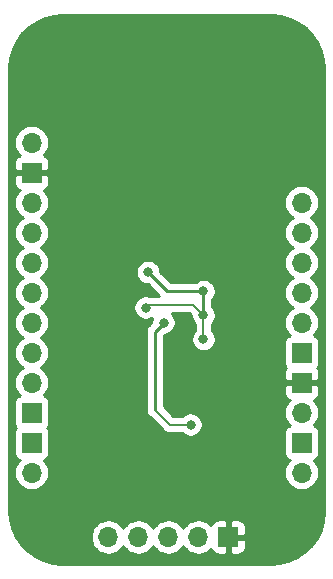
<source format=gbl>
G04 #@! TF.GenerationSoftware,KiCad,Pcbnew,(5.1.4)-1*
G04 #@! TF.CreationDate,2020-10-29T21:44:13+08:00*
G04 #@! TF.ProjectId,custom_microcontroller,63757374-6f6d-45f6-9d69-63726f636f6e,rev?*
G04 #@! TF.SameCoordinates,Original*
G04 #@! TF.FileFunction,Copper,L2,Bot*
G04 #@! TF.FilePolarity,Positive*
%FSLAX46Y46*%
G04 Gerber Fmt 4.6, Leading zero omitted, Abs format (unit mm)*
G04 Created by KiCad (PCBNEW (5.1.4)-1) date 2020-10-29 21:44:13*
%MOMM*%
%LPD*%
G04 APERTURE LIST*
%ADD10O,1.700000X1.700000*%
%ADD11R,1.700000X1.700000*%
%ADD12C,0.800000*%
%ADD13C,0.254000*%
%ADD14C,0.203200*%
G04 APERTURE END LIST*
D10*
X149860000Y-146050000D03*
D11*
X149860000Y-143510000D03*
D10*
X133477000Y-151511000D03*
X136017000Y-151511000D03*
X138557000Y-151511000D03*
X141097000Y-151511000D03*
D11*
X143637000Y-151511000D03*
D10*
X127000000Y-118110000D03*
D11*
X127000000Y-120650000D03*
D10*
X149860000Y-140970000D03*
D11*
X149860000Y-138430000D03*
D10*
X149860000Y-123190000D03*
X149860000Y-125730000D03*
X149860000Y-128270000D03*
X149860000Y-130810000D03*
X149860000Y-133350000D03*
D11*
X149860000Y-135890000D03*
D10*
X127000000Y-146050000D03*
D11*
X127000000Y-143510000D03*
D10*
X127000000Y-123190000D03*
X127000000Y-125730000D03*
X127000000Y-128270000D03*
X127000000Y-130810000D03*
X127000000Y-133350000D03*
X127000000Y-135890000D03*
X127000000Y-138430000D03*
D11*
X127000000Y-140970000D03*
D12*
X140905000Y-143764000D03*
X140905000Y-147574000D03*
X143510000Y-114427000D03*
X146113500Y-117048500D03*
X134940289Y-136324670D03*
X134940289Y-138356670D03*
X134966600Y-141274800D03*
X136594977Y-133467922D03*
X135160941Y-125570636D03*
X135168671Y-127591194D03*
X143598806Y-130693540D03*
X143598806Y-132725540D03*
X143598806Y-134757540D03*
X143355794Y-137943905D03*
X137003200Y-118299200D03*
X139903200Y-120599200D03*
X136130000Y-115545000D03*
X133477000Y-114467500D03*
X135955000Y-145034000D03*
X134620000Y-118346000D03*
X142240000Y-120405000D03*
X141548806Y-130693540D03*
X136863200Y-129074800D03*
X136652000Y-132080000D03*
X141548806Y-134757540D03*
X141548806Y-132725540D03*
X140462000Y-141986000D03*
X138176000Y-133350000D03*
D13*
X141548806Y-130693540D02*
X141548806Y-132725540D01*
X138481940Y-130693540D02*
X136863200Y-129074800D01*
X141548806Y-130693540D02*
X138481940Y-130693540D01*
D14*
X136906000Y-131826000D02*
X136652000Y-132080000D01*
X141548806Y-132725540D02*
X140649266Y-131826000D01*
X140649266Y-131826000D02*
X136906000Y-131826000D01*
X141548806Y-132725540D02*
X141548806Y-134757540D01*
X140462000Y-141986000D02*
X138684000Y-141986000D01*
X138684000Y-141986000D02*
X137414000Y-140716000D01*
D13*
X137414000Y-134112000D02*
X138176000Y-133350000D01*
X137414000Y-140716000D02*
X137414000Y-134112000D01*
G36*
X148102249Y-107412437D02*
G01*
X148859774Y-107619672D01*
X149568625Y-107957777D01*
X150206404Y-108416067D01*
X150752946Y-108980055D01*
X151190977Y-109631913D01*
X151506651Y-110351038D01*
X151691206Y-111119768D01*
X151740000Y-111784207D01*
X151740001Y-149322597D01*
X151667563Y-150134249D01*
X151460328Y-150891774D01*
X151122221Y-151600627D01*
X150663928Y-152238410D01*
X150099945Y-152784946D01*
X149448085Y-153222978D01*
X148728963Y-153538651D01*
X147960232Y-153723206D01*
X147295792Y-153772000D01*
X129569392Y-153772000D01*
X128757751Y-153699563D01*
X128000226Y-153492328D01*
X127291373Y-153154221D01*
X126653590Y-152695928D01*
X126107054Y-152131945D01*
X125689797Y-151511000D01*
X131984815Y-151511000D01*
X132013487Y-151802111D01*
X132098401Y-152082034D01*
X132236294Y-152340014D01*
X132421866Y-152566134D01*
X132647986Y-152751706D01*
X132905966Y-152889599D01*
X133185889Y-152974513D01*
X133404050Y-152996000D01*
X133549950Y-152996000D01*
X133768111Y-152974513D01*
X134048034Y-152889599D01*
X134306014Y-152751706D01*
X134532134Y-152566134D01*
X134717706Y-152340014D01*
X134747000Y-152285209D01*
X134776294Y-152340014D01*
X134961866Y-152566134D01*
X135187986Y-152751706D01*
X135445966Y-152889599D01*
X135725889Y-152974513D01*
X135944050Y-152996000D01*
X136089950Y-152996000D01*
X136308111Y-152974513D01*
X136588034Y-152889599D01*
X136846014Y-152751706D01*
X137072134Y-152566134D01*
X137257706Y-152340014D01*
X137287000Y-152285209D01*
X137316294Y-152340014D01*
X137501866Y-152566134D01*
X137727986Y-152751706D01*
X137985966Y-152889599D01*
X138265889Y-152974513D01*
X138484050Y-152996000D01*
X138629950Y-152996000D01*
X138848111Y-152974513D01*
X139128034Y-152889599D01*
X139386014Y-152751706D01*
X139612134Y-152566134D01*
X139797706Y-152340014D01*
X139827000Y-152285209D01*
X139856294Y-152340014D01*
X140041866Y-152566134D01*
X140267986Y-152751706D01*
X140525966Y-152889599D01*
X140805889Y-152974513D01*
X141024050Y-152996000D01*
X141169950Y-152996000D01*
X141388111Y-152974513D01*
X141668034Y-152889599D01*
X141926014Y-152751706D01*
X142152134Y-152566134D01*
X142176607Y-152536313D01*
X142197498Y-152605180D01*
X142256463Y-152715494D01*
X142335815Y-152812185D01*
X142432506Y-152891537D01*
X142542820Y-152950502D01*
X142662518Y-152986812D01*
X142787000Y-152999072D01*
X143351250Y-152996000D01*
X143510000Y-152837250D01*
X143510000Y-151638000D01*
X143764000Y-151638000D01*
X143764000Y-152837250D01*
X143922750Y-152996000D01*
X144487000Y-152999072D01*
X144611482Y-152986812D01*
X144731180Y-152950502D01*
X144841494Y-152891537D01*
X144938185Y-152812185D01*
X145017537Y-152715494D01*
X145076502Y-152605180D01*
X145112812Y-152485482D01*
X145125072Y-152361000D01*
X145122000Y-151796750D01*
X144963250Y-151638000D01*
X143764000Y-151638000D01*
X143510000Y-151638000D01*
X143490000Y-151638000D01*
X143490000Y-151384000D01*
X143510000Y-151384000D01*
X143510000Y-150184750D01*
X143764000Y-150184750D01*
X143764000Y-151384000D01*
X144963250Y-151384000D01*
X145122000Y-151225250D01*
X145125072Y-150661000D01*
X145112812Y-150536518D01*
X145076502Y-150416820D01*
X145017537Y-150306506D01*
X144938185Y-150209815D01*
X144841494Y-150130463D01*
X144731180Y-150071498D01*
X144611482Y-150035188D01*
X144487000Y-150022928D01*
X143922750Y-150026000D01*
X143764000Y-150184750D01*
X143510000Y-150184750D01*
X143351250Y-150026000D01*
X142787000Y-150022928D01*
X142662518Y-150035188D01*
X142542820Y-150071498D01*
X142432506Y-150130463D01*
X142335815Y-150209815D01*
X142256463Y-150306506D01*
X142197498Y-150416820D01*
X142176607Y-150485687D01*
X142152134Y-150455866D01*
X141926014Y-150270294D01*
X141668034Y-150132401D01*
X141388111Y-150047487D01*
X141169950Y-150026000D01*
X141024050Y-150026000D01*
X140805889Y-150047487D01*
X140525966Y-150132401D01*
X140267986Y-150270294D01*
X140041866Y-150455866D01*
X139856294Y-150681986D01*
X139827000Y-150736791D01*
X139797706Y-150681986D01*
X139612134Y-150455866D01*
X139386014Y-150270294D01*
X139128034Y-150132401D01*
X138848111Y-150047487D01*
X138629950Y-150026000D01*
X138484050Y-150026000D01*
X138265889Y-150047487D01*
X137985966Y-150132401D01*
X137727986Y-150270294D01*
X137501866Y-150455866D01*
X137316294Y-150681986D01*
X137287000Y-150736791D01*
X137257706Y-150681986D01*
X137072134Y-150455866D01*
X136846014Y-150270294D01*
X136588034Y-150132401D01*
X136308111Y-150047487D01*
X136089950Y-150026000D01*
X135944050Y-150026000D01*
X135725889Y-150047487D01*
X135445966Y-150132401D01*
X135187986Y-150270294D01*
X134961866Y-150455866D01*
X134776294Y-150681986D01*
X134747000Y-150736791D01*
X134717706Y-150681986D01*
X134532134Y-150455866D01*
X134306014Y-150270294D01*
X134048034Y-150132401D01*
X133768111Y-150047487D01*
X133549950Y-150026000D01*
X133404050Y-150026000D01*
X133185889Y-150047487D01*
X132905966Y-150132401D01*
X132647986Y-150270294D01*
X132421866Y-150455866D01*
X132236294Y-150681986D01*
X132098401Y-150939966D01*
X132013487Y-151219889D01*
X131984815Y-151511000D01*
X125689797Y-151511000D01*
X125669022Y-151480085D01*
X125353349Y-150760963D01*
X125168794Y-149992232D01*
X125120000Y-149327792D01*
X125120000Y-123190000D01*
X125507815Y-123190000D01*
X125536487Y-123481111D01*
X125621401Y-123761034D01*
X125759294Y-124019014D01*
X125944866Y-124245134D01*
X126170986Y-124430706D01*
X126225791Y-124460000D01*
X126170986Y-124489294D01*
X125944866Y-124674866D01*
X125759294Y-124900986D01*
X125621401Y-125158966D01*
X125536487Y-125438889D01*
X125507815Y-125730000D01*
X125536487Y-126021111D01*
X125621401Y-126301034D01*
X125759294Y-126559014D01*
X125944866Y-126785134D01*
X126170986Y-126970706D01*
X126225791Y-127000000D01*
X126170986Y-127029294D01*
X125944866Y-127214866D01*
X125759294Y-127440986D01*
X125621401Y-127698966D01*
X125536487Y-127978889D01*
X125507815Y-128270000D01*
X125536487Y-128561111D01*
X125621401Y-128841034D01*
X125759294Y-129099014D01*
X125944866Y-129325134D01*
X126170986Y-129510706D01*
X126225791Y-129540000D01*
X126170986Y-129569294D01*
X125944866Y-129754866D01*
X125759294Y-129980986D01*
X125621401Y-130238966D01*
X125536487Y-130518889D01*
X125507815Y-130810000D01*
X125536487Y-131101111D01*
X125621401Y-131381034D01*
X125759294Y-131639014D01*
X125944866Y-131865134D01*
X126170986Y-132050706D01*
X126225791Y-132080000D01*
X126170986Y-132109294D01*
X125944866Y-132294866D01*
X125759294Y-132520986D01*
X125621401Y-132778966D01*
X125536487Y-133058889D01*
X125507815Y-133350000D01*
X125536487Y-133641111D01*
X125621401Y-133921034D01*
X125759294Y-134179014D01*
X125944866Y-134405134D01*
X126170986Y-134590706D01*
X126225791Y-134620000D01*
X126170986Y-134649294D01*
X125944866Y-134834866D01*
X125759294Y-135060986D01*
X125621401Y-135318966D01*
X125536487Y-135598889D01*
X125507815Y-135890000D01*
X125536487Y-136181111D01*
X125621401Y-136461034D01*
X125759294Y-136719014D01*
X125944866Y-136945134D01*
X126170986Y-137130706D01*
X126225791Y-137160000D01*
X126170986Y-137189294D01*
X125944866Y-137374866D01*
X125759294Y-137600986D01*
X125621401Y-137858966D01*
X125536487Y-138138889D01*
X125507815Y-138430000D01*
X125536487Y-138721111D01*
X125621401Y-139001034D01*
X125759294Y-139259014D01*
X125944866Y-139485134D01*
X125974687Y-139509607D01*
X125905820Y-139530498D01*
X125795506Y-139589463D01*
X125698815Y-139668815D01*
X125619463Y-139765506D01*
X125560498Y-139875820D01*
X125524188Y-139995518D01*
X125511928Y-140120000D01*
X125511928Y-141820000D01*
X125524188Y-141944482D01*
X125560498Y-142064180D01*
X125619463Y-142174494D01*
X125673222Y-142240000D01*
X125619463Y-142305506D01*
X125560498Y-142415820D01*
X125524188Y-142535518D01*
X125511928Y-142660000D01*
X125511928Y-144360000D01*
X125524188Y-144484482D01*
X125560498Y-144604180D01*
X125619463Y-144714494D01*
X125698815Y-144811185D01*
X125795506Y-144890537D01*
X125905820Y-144949502D01*
X125974687Y-144970393D01*
X125944866Y-144994866D01*
X125759294Y-145220986D01*
X125621401Y-145478966D01*
X125536487Y-145758889D01*
X125507815Y-146050000D01*
X125536487Y-146341111D01*
X125621401Y-146621034D01*
X125759294Y-146879014D01*
X125944866Y-147105134D01*
X126170986Y-147290706D01*
X126428966Y-147428599D01*
X126708889Y-147513513D01*
X126927050Y-147535000D01*
X127072950Y-147535000D01*
X127291111Y-147513513D01*
X127571034Y-147428599D01*
X127829014Y-147290706D01*
X128055134Y-147105134D01*
X128240706Y-146879014D01*
X128378599Y-146621034D01*
X128463513Y-146341111D01*
X128492185Y-146050000D01*
X128463513Y-145758889D01*
X128378599Y-145478966D01*
X128240706Y-145220986D01*
X128055134Y-144994866D01*
X128025313Y-144970393D01*
X128094180Y-144949502D01*
X128204494Y-144890537D01*
X128301185Y-144811185D01*
X128380537Y-144714494D01*
X128439502Y-144604180D01*
X128475812Y-144484482D01*
X128488072Y-144360000D01*
X128488072Y-142660000D01*
X128475812Y-142535518D01*
X128439502Y-142415820D01*
X128380537Y-142305506D01*
X128326778Y-142240000D01*
X128380537Y-142174494D01*
X128439502Y-142064180D01*
X128475812Y-141944482D01*
X128488072Y-141820000D01*
X128488072Y-140120000D01*
X128475812Y-139995518D01*
X128439502Y-139875820D01*
X128380537Y-139765506D01*
X128301185Y-139668815D01*
X128204494Y-139589463D01*
X128094180Y-139530498D01*
X128025313Y-139509607D01*
X128055134Y-139485134D01*
X128240706Y-139259014D01*
X128378599Y-139001034D01*
X128463513Y-138721111D01*
X128492185Y-138430000D01*
X128463513Y-138138889D01*
X128378599Y-137858966D01*
X128240706Y-137600986D01*
X128055134Y-137374866D01*
X127829014Y-137189294D01*
X127774209Y-137160000D01*
X127829014Y-137130706D01*
X128055134Y-136945134D01*
X128240706Y-136719014D01*
X128378599Y-136461034D01*
X128463513Y-136181111D01*
X128492185Y-135890000D01*
X128463513Y-135598889D01*
X128378599Y-135318966D01*
X128240706Y-135060986D01*
X128055134Y-134834866D01*
X127829014Y-134649294D01*
X127774209Y-134620000D01*
X127829014Y-134590706D01*
X128055134Y-134405134D01*
X128240706Y-134179014D01*
X128378599Y-133921034D01*
X128463513Y-133641111D01*
X128492185Y-133350000D01*
X128463513Y-133058889D01*
X128378599Y-132778966D01*
X128240706Y-132520986D01*
X128055134Y-132294866D01*
X127829014Y-132109294D01*
X127774209Y-132080000D01*
X127829014Y-132050706D01*
X127917532Y-131978061D01*
X135617000Y-131978061D01*
X135617000Y-132181939D01*
X135656774Y-132381898D01*
X135734795Y-132570256D01*
X135848063Y-132739774D01*
X135992226Y-132883937D01*
X136161744Y-132997205D01*
X136350102Y-133075226D01*
X136550061Y-133115000D01*
X136753939Y-133115000D01*
X136953898Y-133075226D01*
X137142256Y-132997205D01*
X137224665Y-132942141D01*
X137180774Y-133048102D01*
X137141000Y-133248061D01*
X137141000Y-133307370D01*
X136901649Y-133546721D01*
X136872579Y-133570578D01*
X136848722Y-133599648D01*
X136848721Y-133599649D01*
X136777355Y-133686608D01*
X136706599Y-133818985D01*
X136663027Y-133962622D01*
X136648314Y-134112000D01*
X136652001Y-134149433D01*
X136652000Y-140753425D01*
X136663026Y-140865377D01*
X136706598Y-141009014D01*
X136777355Y-141141391D01*
X136872578Y-141257422D01*
X136988608Y-141352645D01*
X137032278Y-141375987D01*
X138137559Y-142481269D01*
X138160625Y-142509375D01*
X138272787Y-142601424D01*
X138400751Y-142669822D01*
X138539601Y-142711942D01*
X138647814Y-142722600D01*
X138647823Y-142722600D01*
X138683999Y-142726163D01*
X138720175Y-142722600D01*
X139734889Y-142722600D01*
X139802226Y-142789937D01*
X139971744Y-142903205D01*
X140160102Y-142981226D01*
X140360061Y-143021000D01*
X140563939Y-143021000D01*
X140763898Y-142981226D01*
X140952256Y-142903205D01*
X141121774Y-142789937D01*
X141265937Y-142645774D01*
X141379205Y-142476256D01*
X141457226Y-142287898D01*
X141497000Y-142087939D01*
X141497000Y-141884061D01*
X141457226Y-141684102D01*
X141379205Y-141495744D01*
X141265937Y-141326226D01*
X141121774Y-141182063D01*
X140952256Y-141068795D01*
X140763898Y-140990774D01*
X140659460Y-140970000D01*
X148367815Y-140970000D01*
X148396487Y-141261111D01*
X148481401Y-141541034D01*
X148619294Y-141799014D01*
X148804866Y-142025134D01*
X148834687Y-142049607D01*
X148765820Y-142070498D01*
X148655506Y-142129463D01*
X148558815Y-142208815D01*
X148479463Y-142305506D01*
X148420498Y-142415820D01*
X148384188Y-142535518D01*
X148371928Y-142660000D01*
X148371928Y-144360000D01*
X148384188Y-144484482D01*
X148420498Y-144604180D01*
X148479463Y-144714494D01*
X148558815Y-144811185D01*
X148655506Y-144890537D01*
X148765820Y-144949502D01*
X148834687Y-144970393D01*
X148804866Y-144994866D01*
X148619294Y-145220986D01*
X148481401Y-145478966D01*
X148396487Y-145758889D01*
X148367815Y-146050000D01*
X148396487Y-146341111D01*
X148481401Y-146621034D01*
X148619294Y-146879014D01*
X148804866Y-147105134D01*
X149030986Y-147290706D01*
X149288966Y-147428599D01*
X149568889Y-147513513D01*
X149787050Y-147535000D01*
X149932950Y-147535000D01*
X150151111Y-147513513D01*
X150431034Y-147428599D01*
X150689014Y-147290706D01*
X150915134Y-147105134D01*
X151100706Y-146879014D01*
X151238599Y-146621034D01*
X151323513Y-146341111D01*
X151352185Y-146050000D01*
X151323513Y-145758889D01*
X151238599Y-145478966D01*
X151100706Y-145220986D01*
X150915134Y-144994866D01*
X150885313Y-144970393D01*
X150954180Y-144949502D01*
X151064494Y-144890537D01*
X151161185Y-144811185D01*
X151240537Y-144714494D01*
X151299502Y-144604180D01*
X151335812Y-144484482D01*
X151348072Y-144360000D01*
X151348072Y-142660000D01*
X151335812Y-142535518D01*
X151299502Y-142415820D01*
X151240537Y-142305506D01*
X151161185Y-142208815D01*
X151064494Y-142129463D01*
X150954180Y-142070498D01*
X150885313Y-142049607D01*
X150915134Y-142025134D01*
X151100706Y-141799014D01*
X151238599Y-141541034D01*
X151323513Y-141261111D01*
X151352185Y-140970000D01*
X151323513Y-140678889D01*
X151238599Y-140398966D01*
X151100706Y-140140986D01*
X150915134Y-139914866D01*
X150885313Y-139890393D01*
X150954180Y-139869502D01*
X151064494Y-139810537D01*
X151161185Y-139731185D01*
X151240537Y-139634494D01*
X151299502Y-139524180D01*
X151335812Y-139404482D01*
X151348072Y-139280000D01*
X151345000Y-138715750D01*
X151186250Y-138557000D01*
X149987000Y-138557000D01*
X149987000Y-138577000D01*
X149733000Y-138577000D01*
X149733000Y-138557000D01*
X148533750Y-138557000D01*
X148375000Y-138715750D01*
X148371928Y-139280000D01*
X148384188Y-139404482D01*
X148420498Y-139524180D01*
X148479463Y-139634494D01*
X148558815Y-139731185D01*
X148655506Y-139810537D01*
X148765820Y-139869502D01*
X148834687Y-139890393D01*
X148804866Y-139914866D01*
X148619294Y-140140986D01*
X148481401Y-140398966D01*
X148396487Y-140678889D01*
X148367815Y-140970000D01*
X140659460Y-140970000D01*
X140563939Y-140951000D01*
X140360061Y-140951000D01*
X140160102Y-140990774D01*
X139971744Y-141068795D01*
X139802226Y-141182063D01*
X139734889Y-141249400D01*
X138989110Y-141249400D01*
X138176000Y-140436291D01*
X138176000Y-134427630D01*
X138218630Y-134385000D01*
X138277939Y-134385000D01*
X138477898Y-134345226D01*
X138666256Y-134267205D01*
X138835774Y-134153937D01*
X138979937Y-134009774D01*
X139093205Y-133840256D01*
X139171226Y-133651898D01*
X139211000Y-133451939D01*
X139211000Y-133248061D01*
X139171226Y-133048102D01*
X139093205Y-132859744D01*
X138979937Y-132690226D01*
X138852311Y-132562600D01*
X140344157Y-132562600D01*
X140513806Y-132732249D01*
X140513806Y-132827479D01*
X140553580Y-133027438D01*
X140631601Y-133215796D01*
X140744869Y-133385314D01*
X140812206Y-133452651D01*
X140812207Y-134030428D01*
X140744869Y-134097766D01*
X140631601Y-134267284D01*
X140553580Y-134455642D01*
X140513806Y-134655601D01*
X140513806Y-134859479D01*
X140553580Y-135059438D01*
X140631601Y-135247796D01*
X140744869Y-135417314D01*
X140889032Y-135561477D01*
X141058550Y-135674745D01*
X141246908Y-135752766D01*
X141446867Y-135792540D01*
X141650745Y-135792540D01*
X141850704Y-135752766D01*
X142039062Y-135674745D01*
X142208580Y-135561477D01*
X142352743Y-135417314D01*
X142466011Y-135247796D01*
X142544032Y-135059438D01*
X142583806Y-134859479D01*
X142583806Y-134655601D01*
X142544032Y-134455642D01*
X142466011Y-134267284D01*
X142352743Y-134097766D01*
X142285406Y-134030429D01*
X142285406Y-133452651D01*
X142352743Y-133385314D01*
X142466011Y-133215796D01*
X142544032Y-133027438D01*
X142583806Y-132827479D01*
X142583806Y-132623601D01*
X142544032Y-132423642D01*
X142466011Y-132235284D01*
X142352743Y-132065766D01*
X142310806Y-132023829D01*
X142310806Y-131395251D01*
X142352743Y-131353314D01*
X142466011Y-131183796D01*
X142544032Y-130995438D01*
X142583806Y-130795479D01*
X142583806Y-130591601D01*
X142544032Y-130391642D01*
X142466011Y-130203284D01*
X142352743Y-130033766D01*
X142208580Y-129889603D01*
X142039062Y-129776335D01*
X141850704Y-129698314D01*
X141650745Y-129658540D01*
X141446867Y-129658540D01*
X141246908Y-129698314D01*
X141058550Y-129776335D01*
X140889032Y-129889603D01*
X140847095Y-129931540D01*
X138797571Y-129931540D01*
X137898200Y-129032170D01*
X137898200Y-128972861D01*
X137858426Y-128772902D01*
X137780405Y-128584544D01*
X137667137Y-128415026D01*
X137522974Y-128270863D01*
X137353456Y-128157595D01*
X137165098Y-128079574D01*
X136965139Y-128039800D01*
X136761261Y-128039800D01*
X136561302Y-128079574D01*
X136372944Y-128157595D01*
X136203426Y-128270863D01*
X136059263Y-128415026D01*
X135945995Y-128584544D01*
X135867974Y-128772902D01*
X135828200Y-128972861D01*
X135828200Y-129176739D01*
X135867974Y-129376698D01*
X135945995Y-129565056D01*
X136059263Y-129734574D01*
X136203426Y-129878737D01*
X136372944Y-129992005D01*
X136561302Y-130070026D01*
X136761261Y-130109800D01*
X136820570Y-130109800D01*
X137800169Y-131089400D01*
X136965066Y-131089400D01*
X136953898Y-131084774D01*
X136753939Y-131045000D01*
X136550061Y-131045000D01*
X136350102Y-131084774D01*
X136161744Y-131162795D01*
X135992226Y-131276063D01*
X135848063Y-131420226D01*
X135734795Y-131589744D01*
X135656774Y-131778102D01*
X135617000Y-131978061D01*
X127917532Y-131978061D01*
X128055134Y-131865134D01*
X128240706Y-131639014D01*
X128378599Y-131381034D01*
X128463513Y-131101111D01*
X128492185Y-130810000D01*
X128463513Y-130518889D01*
X128378599Y-130238966D01*
X128240706Y-129980986D01*
X128055134Y-129754866D01*
X127829014Y-129569294D01*
X127774209Y-129540000D01*
X127829014Y-129510706D01*
X128055134Y-129325134D01*
X128240706Y-129099014D01*
X128378599Y-128841034D01*
X128463513Y-128561111D01*
X128492185Y-128270000D01*
X128463513Y-127978889D01*
X128378599Y-127698966D01*
X128240706Y-127440986D01*
X128055134Y-127214866D01*
X127829014Y-127029294D01*
X127774209Y-127000000D01*
X127829014Y-126970706D01*
X128055134Y-126785134D01*
X128240706Y-126559014D01*
X128378599Y-126301034D01*
X128463513Y-126021111D01*
X128492185Y-125730000D01*
X128463513Y-125438889D01*
X128378599Y-125158966D01*
X128240706Y-124900986D01*
X128055134Y-124674866D01*
X127829014Y-124489294D01*
X127774209Y-124460000D01*
X127829014Y-124430706D01*
X128055134Y-124245134D01*
X128240706Y-124019014D01*
X128378599Y-123761034D01*
X128463513Y-123481111D01*
X128492185Y-123190000D01*
X148367815Y-123190000D01*
X148396487Y-123481111D01*
X148481401Y-123761034D01*
X148619294Y-124019014D01*
X148804866Y-124245134D01*
X149030986Y-124430706D01*
X149085791Y-124460000D01*
X149030986Y-124489294D01*
X148804866Y-124674866D01*
X148619294Y-124900986D01*
X148481401Y-125158966D01*
X148396487Y-125438889D01*
X148367815Y-125730000D01*
X148396487Y-126021111D01*
X148481401Y-126301034D01*
X148619294Y-126559014D01*
X148804866Y-126785134D01*
X149030986Y-126970706D01*
X149085791Y-127000000D01*
X149030986Y-127029294D01*
X148804866Y-127214866D01*
X148619294Y-127440986D01*
X148481401Y-127698966D01*
X148396487Y-127978889D01*
X148367815Y-128270000D01*
X148396487Y-128561111D01*
X148481401Y-128841034D01*
X148619294Y-129099014D01*
X148804866Y-129325134D01*
X149030986Y-129510706D01*
X149085791Y-129540000D01*
X149030986Y-129569294D01*
X148804866Y-129754866D01*
X148619294Y-129980986D01*
X148481401Y-130238966D01*
X148396487Y-130518889D01*
X148367815Y-130810000D01*
X148396487Y-131101111D01*
X148481401Y-131381034D01*
X148619294Y-131639014D01*
X148804866Y-131865134D01*
X149030986Y-132050706D01*
X149085791Y-132080000D01*
X149030986Y-132109294D01*
X148804866Y-132294866D01*
X148619294Y-132520986D01*
X148481401Y-132778966D01*
X148396487Y-133058889D01*
X148367815Y-133350000D01*
X148396487Y-133641111D01*
X148481401Y-133921034D01*
X148619294Y-134179014D01*
X148804866Y-134405134D01*
X148834687Y-134429607D01*
X148765820Y-134450498D01*
X148655506Y-134509463D01*
X148558815Y-134588815D01*
X148479463Y-134685506D01*
X148420498Y-134795820D01*
X148384188Y-134915518D01*
X148371928Y-135040000D01*
X148371928Y-136740000D01*
X148384188Y-136864482D01*
X148420498Y-136984180D01*
X148479463Y-137094494D01*
X148533222Y-137160000D01*
X148479463Y-137225506D01*
X148420498Y-137335820D01*
X148384188Y-137455518D01*
X148371928Y-137580000D01*
X148375000Y-138144250D01*
X148533750Y-138303000D01*
X149733000Y-138303000D01*
X149733000Y-138283000D01*
X149987000Y-138283000D01*
X149987000Y-138303000D01*
X151186250Y-138303000D01*
X151345000Y-138144250D01*
X151348072Y-137580000D01*
X151335812Y-137455518D01*
X151299502Y-137335820D01*
X151240537Y-137225506D01*
X151186778Y-137160000D01*
X151240537Y-137094494D01*
X151299502Y-136984180D01*
X151335812Y-136864482D01*
X151348072Y-136740000D01*
X151348072Y-135040000D01*
X151335812Y-134915518D01*
X151299502Y-134795820D01*
X151240537Y-134685506D01*
X151161185Y-134588815D01*
X151064494Y-134509463D01*
X150954180Y-134450498D01*
X150885313Y-134429607D01*
X150915134Y-134405134D01*
X151100706Y-134179014D01*
X151238599Y-133921034D01*
X151323513Y-133641111D01*
X151352185Y-133350000D01*
X151323513Y-133058889D01*
X151238599Y-132778966D01*
X151100706Y-132520986D01*
X150915134Y-132294866D01*
X150689014Y-132109294D01*
X150634209Y-132080000D01*
X150689014Y-132050706D01*
X150915134Y-131865134D01*
X151100706Y-131639014D01*
X151238599Y-131381034D01*
X151323513Y-131101111D01*
X151352185Y-130810000D01*
X151323513Y-130518889D01*
X151238599Y-130238966D01*
X151100706Y-129980986D01*
X150915134Y-129754866D01*
X150689014Y-129569294D01*
X150634209Y-129540000D01*
X150689014Y-129510706D01*
X150915134Y-129325134D01*
X151100706Y-129099014D01*
X151238599Y-128841034D01*
X151323513Y-128561111D01*
X151352185Y-128270000D01*
X151323513Y-127978889D01*
X151238599Y-127698966D01*
X151100706Y-127440986D01*
X150915134Y-127214866D01*
X150689014Y-127029294D01*
X150634209Y-127000000D01*
X150689014Y-126970706D01*
X150915134Y-126785134D01*
X151100706Y-126559014D01*
X151238599Y-126301034D01*
X151323513Y-126021111D01*
X151352185Y-125730000D01*
X151323513Y-125438889D01*
X151238599Y-125158966D01*
X151100706Y-124900986D01*
X150915134Y-124674866D01*
X150689014Y-124489294D01*
X150634209Y-124460000D01*
X150689014Y-124430706D01*
X150915134Y-124245134D01*
X151100706Y-124019014D01*
X151238599Y-123761034D01*
X151323513Y-123481111D01*
X151352185Y-123190000D01*
X151323513Y-122898889D01*
X151238599Y-122618966D01*
X151100706Y-122360986D01*
X150915134Y-122134866D01*
X150689014Y-121949294D01*
X150431034Y-121811401D01*
X150151111Y-121726487D01*
X149932950Y-121705000D01*
X149787050Y-121705000D01*
X149568889Y-121726487D01*
X149288966Y-121811401D01*
X149030986Y-121949294D01*
X148804866Y-122134866D01*
X148619294Y-122360986D01*
X148481401Y-122618966D01*
X148396487Y-122898889D01*
X148367815Y-123190000D01*
X128492185Y-123190000D01*
X128463513Y-122898889D01*
X128378599Y-122618966D01*
X128240706Y-122360986D01*
X128055134Y-122134866D01*
X128025313Y-122110393D01*
X128094180Y-122089502D01*
X128204494Y-122030537D01*
X128301185Y-121951185D01*
X128380537Y-121854494D01*
X128439502Y-121744180D01*
X128475812Y-121624482D01*
X128488072Y-121500000D01*
X128485000Y-120935750D01*
X128326250Y-120777000D01*
X127127000Y-120777000D01*
X127127000Y-120797000D01*
X126873000Y-120797000D01*
X126873000Y-120777000D01*
X125673750Y-120777000D01*
X125515000Y-120935750D01*
X125511928Y-121500000D01*
X125524188Y-121624482D01*
X125560498Y-121744180D01*
X125619463Y-121854494D01*
X125698815Y-121951185D01*
X125795506Y-122030537D01*
X125905820Y-122089502D01*
X125974687Y-122110393D01*
X125944866Y-122134866D01*
X125759294Y-122360986D01*
X125621401Y-122618966D01*
X125536487Y-122898889D01*
X125507815Y-123190000D01*
X125120000Y-123190000D01*
X125120000Y-118110000D01*
X125507815Y-118110000D01*
X125536487Y-118401111D01*
X125621401Y-118681034D01*
X125759294Y-118939014D01*
X125944866Y-119165134D01*
X125974687Y-119189607D01*
X125905820Y-119210498D01*
X125795506Y-119269463D01*
X125698815Y-119348815D01*
X125619463Y-119445506D01*
X125560498Y-119555820D01*
X125524188Y-119675518D01*
X125511928Y-119800000D01*
X125515000Y-120364250D01*
X125673750Y-120523000D01*
X126873000Y-120523000D01*
X126873000Y-120503000D01*
X127127000Y-120503000D01*
X127127000Y-120523000D01*
X128326250Y-120523000D01*
X128485000Y-120364250D01*
X128488072Y-119800000D01*
X128475812Y-119675518D01*
X128439502Y-119555820D01*
X128380537Y-119445506D01*
X128301185Y-119348815D01*
X128204494Y-119269463D01*
X128094180Y-119210498D01*
X128025313Y-119189607D01*
X128055134Y-119165134D01*
X128240706Y-118939014D01*
X128378599Y-118681034D01*
X128463513Y-118401111D01*
X128492185Y-118110000D01*
X128463513Y-117818889D01*
X128378599Y-117538966D01*
X128240706Y-117280986D01*
X128055134Y-117054866D01*
X127829014Y-116869294D01*
X127571034Y-116731401D01*
X127291111Y-116646487D01*
X127072950Y-116625000D01*
X126927050Y-116625000D01*
X126708889Y-116646487D01*
X126428966Y-116731401D01*
X126170986Y-116869294D01*
X125944866Y-117054866D01*
X125759294Y-117280986D01*
X125621401Y-117538966D01*
X125536487Y-117818889D01*
X125507815Y-118110000D01*
X125120000Y-118110000D01*
X125120000Y-111789392D01*
X125192437Y-110977751D01*
X125399672Y-110220226D01*
X125737777Y-109511375D01*
X126196067Y-108873596D01*
X126760055Y-108327054D01*
X127411913Y-107889023D01*
X128131038Y-107573349D01*
X128899768Y-107388794D01*
X129564207Y-107340000D01*
X147290608Y-107340000D01*
X148102249Y-107412437D01*
X148102249Y-107412437D01*
G37*
X148102249Y-107412437D02*
X148859774Y-107619672D01*
X149568625Y-107957777D01*
X150206404Y-108416067D01*
X150752946Y-108980055D01*
X151190977Y-109631913D01*
X151506651Y-110351038D01*
X151691206Y-111119768D01*
X151740000Y-111784207D01*
X151740001Y-149322597D01*
X151667563Y-150134249D01*
X151460328Y-150891774D01*
X151122221Y-151600627D01*
X150663928Y-152238410D01*
X150099945Y-152784946D01*
X149448085Y-153222978D01*
X148728963Y-153538651D01*
X147960232Y-153723206D01*
X147295792Y-153772000D01*
X129569392Y-153772000D01*
X128757751Y-153699563D01*
X128000226Y-153492328D01*
X127291373Y-153154221D01*
X126653590Y-152695928D01*
X126107054Y-152131945D01*
X125689797Y-151511000D01*
X131984815Y-151511000D01*
X132013487Y-151802111D01*
X132098401Y-152082034D01*
X132236294Y-152340014D01*
X132421866Y-152566134D01*
X132647986Y-152751706D01*
X132905966Y-152889599D01*
X133185889Y-152974513D01*
X133404050Y-152996000D01*
X133549950Y-152996000D01*
X133768111Y-152974513D01*
X134048034Y-152889599D01*
X134306014Y-152751706D01*
X134532134Y-152566134D01*
X134717706Y-152340014D01*
X134747000Y-152285209D01*
X134776294Y-152340014D01*
X134961866Y-152566134D01*
X135187986Y-152751706D01*
X135445966Y-152889599D01*
X135725889Y-152974513D01*
X135944050Y-152996000D01*
X136089950Y-152996000D01*
X136308111Y-152974513D01*
X136588034Y-152889599D01*
X136846014Y-152751706D01*
X137072134Y-152566134D01*
X137257706Y-152340014D01*
X137287000Y-152285209D01*
X137316294Y-152340014D01*
X137501866Y-152566134D01*
X137727986Y-152751706D01*
X137985966Y-152889599D01*
X138265889Y-152974513D01*
X138484050Y-152996000D01*
X138629950Y-152996000D01*
X138848111Y-152974513D01*
X139128034Y-152889599D01*
X139386014Y-152751706D01*
X139612134Y-152566134D01*
X139797706Y-152340014D01*
X139827000Y-152285209D01*
X139856294Y-152340014D01*
X140041866Y-152566134D01*
X140267986Y-152751706D01*
X140525966Y-152889599D01*
X140805889Y-152974513D01*
X141024050Y-152996000D01*
X141169950Y-152996000D01*
X141388111Y-152974513D01*
X141668034Y-152889599D01*
X141926014Y-152751706D01*
X142152134Y-152566134D01*
X142176607Y-152536313D01*
X142197498Y-152605180D01*
X142256463Y-152715494D01*
X142335815Y-152812185D01*
X142432506Y-152891537D01*
X142542820Y-152950502D01*
X142662518Y-152986812D01*
X142787000Y-152999072D01*
X143351250Y-152996000D01*
X143510000Y-152837250D01*
X143510000Y-151638000D01*
X143764000Y-151638000D01*
X143764000Y-152837250D01*
X143922750Y-152996000D01*
X144487000Y-152999072D01*
X144611482Y-152986812D01*
X144731180Y-152950502D01*
X144841494Y-152891537D01*
X144938185Y-152812185D01*
X145017537Y-152715494D01*
X145076502Y-152605180D01*
X145112812Y-152485482D01*
X145125072Y-152361000D01*
X145122000Y-151796750D01*
X144963250Y-151638000D01*
X143764000Y-151638000D01*
X143510000Y-151638000D01*
X143490000Y-151638000D01*
X143490000Y-151384000D01*
X143510000Y-151384000D01*
X143510000Y-150184750D01*
X143764000Y-150184750D01*
X143764000Y-151384000D01*
X144963250Y-151384000D01*
X145122000Y-151225250D01*
X145125072Y-150661000D01*
X145112812Y-150536518D01*
X145076502Y-150416820D01*
X145017537Y-150306506D01*
X144938185Y-150209815D01*
X144841494Y-150130463D01*
X144731180Y-150071498D01*
X144611482Y-150035188D01*
X144487000Y-150022928D01*
X143922750Y-150026000D01*
X143764000Y-150184750D01*
X143510000Y-150184750D01*
X143351250Y-150026000D01*
X142787000Y-150022928D01*
X142662518Y-150035188D01*
X142542820Y-150071498D01*
X142432506Y-150130463D01*
X142335815Y-150209815D01*
X142256463Y-150306506D01*
X142197498Y-150416820D01*
X142176607Y-150485687D01*
X142152134Y-150455866D01*
X141926014Y-150270294D01*
X141668034Y-150132401D01*
X141388111Y-150047487D01*
X141169950Y-150026000D01*
X141024050Y-150026000D01*
X140805889Y-150047487D01*
X140525966Y-150132401D01*
X140267986Y-150270294D01*
X140041866Y-150455866D01*
X139856294Y-150681986D01*
X139827000Y-150736791D01*
X139797706Y-150681986D01*
X139612134Y-150455866D01*
X139386014Y-150270294D01*
X139128034Y-150132401D01*
X138848111Y-150047487D01*
X138629950Y-150026000D01*
X138484050Y-150026000D01*
X138265889Y-150047487D01*
X137985966Y-150132401D01*
X137727986Y-150270294D01*
X137501866Y-150455866D01*
X137316294Y-150681986D01*
X137287000Y-150736791D01*
X137257706Y-150681986D01*
X137072134Y-150455866D01*
X136846014Y-150270294D01*
X136588034Y-150132401D01*
X136308111Y-150047487D01*
X136089950Y-150026000D01*
X135944050Y-150026000D01*
X135725889Y-150047487D01*
X135445966Y-150132401D01*
X135187986Y-150270294D01*
X134961866Y-150455866D01*
X134776294Y-150681986D01*
X134747000Y-150736791D01*
X134717706Y-150681986D01*
X134532134Y-150455866D01*
X134306014Y-150270294D01*
X134048034Y-150132401D01*
X133768111Y-150047487D01*
X133549950Y-150026000D01*
X133404050Y-150026000D01*
X133185889Y-150047487D01*
X132905966Y-150132401D01*
X132647986Y-150270294D01*
X132421866Y-150455866D01*
X132236294Y-150681986D01*
X132098401Y-150939966D01*
X132013487Y-151219889D01*
X131984815Y-151511000D01*
X125689797Y-151511000D01*
X125669022Y-151480085D01*
X125353349Y-150760963D01*
X125168794Y-149992232D01*
X125120000Y-149327792D01*
X125120000Y-123190000D01*
X125507815Y-123190000D01*
X125536487Y-123481111D01*
X125621401Y-123761034D01*
X125759294Y-124019014D01*
X125944866Y-124245134D01*
X126170986Y-124430706D01*
X126225791Y-124460000D01*
X126170986Y-124489294D01*
X125944866Y-124674866D01*
X125759294Y-124900986D01*
X125621401Y-125158966D01*
X125536487Y-125438889D01*
X125507815Y-125730000D01*
X125536487Y-126021111D01*
X125621401Y-126301034D01*
X125759294Y-126559014D01*
X125944866Y-126785134D01*
X126170986Y-126970706D01*
X126225791Y-127000000D01*
X126170986Y-127029294D01*
X125944866Y-127214866D01*
X125759294Y-127440986D01*
X125621401Y-127698966D01*
X125536487Y-127978889D01*
X125507815Y-128270000D01*
X125536487Y-128561111D01*
X125621401Y-128841034D01*
X125759294Y-129099014D01*
X125944866Y-129325134D01*
X126170986Y-129510706D01*
X126225791Y-129540000D01*
X126170986Y-129569294D01*
X125944866Y-129754866D01*
X125759294Y-129980986D01*
X125621401Y-130238966D01*
X125536487Y-130518889D01*
X125507815Y-130810000D01*
X125536487Y-131101111D01*
X125621401Y-131381034D01*
X125759294Y-131639014D01*
X125944866Y-131865134D01*
X126170986Y-132050706D01*
X126225791Y-132080000D01*
X126170986Y-132109294D01*
X125944866Y-132294866D01*
X125759294Y-132520986D01*
X125621401Y-132778966D01*
X125536487Y-133058889D01*
X125507815Y-133350000D01*
X125536487Y-133641111D01*
X125621401Y-133921034D01*
X125759294Y-134179014D01*
X125944866Y-134405134D01*
X126170986Y-134590706D01*
X126225791Y-134620000D01*
X126170986Y-134649294D01*
X125944866Y-134834866D01*
X125759294Y-135060986D01*
X125621401Y-135318966D01*
X125536487Y-135598889D01*
X125507815Y-135890000D01*
X125536487Y-136181111D01*
X125621401Y-136461034D01*
X125759294Y-136719014D01*
X125944866Y-136945134D01*
X126170986Y-137130706D01*
X126225791Y-137160000D01*
X126170986Y-137189294D01*
X125944866Y-137374866D01*
X125759294Y-137600986D01*
X125621401Y-137858966D01*
X125536487Y-138138889D01*
X125507815Y-138430000D01*
X125536487Y-138721111D01*
X125621401Y-139001034D01*
X125759294Y-139259014D01*
X125944866Y-139485134D01*
X125974687Y-139509607D01*
X125905820Y-139530498D01*
X125795506Y-139589463D01*
X125698815Y-139668815D01*
X125619463Y-139765506D01*
X125560498Y-139875820D01*
X125524188Y-139995518D01*
X125511928Y-140120000D01*
X125511928Y-141820000D01*
X125524188Y-141944482D01*
X125560498Y-142064180D01*
X125619463Y-142174494D01*
X125673222Y-142240000D01*
X125619463Y-142305506D01*
X125560498Y-142415820D01*
X125524188Y-142535518D01*
X125511928Y-142660000D01*
X125511928Y-144360000D01*
X125524188Y-144484482D01*
X125560498Y-144604180D01*
X125619463Y-144714494D01*
X125698815Y-144811185D01*
X125795506Y-144890537D01*
X125905820Y-144949502D01*
X125974687Y-144970393D01*
X125944866Y-144994866D01*
X125759294Y-145220986D01*
X125621401Y-145478966D01*
X125536487Y-145758889D01*
X125507815Y-146050000D01*
X125536487Y-146341111D01*
X125621401Y-146621034D01*
X125759294Y-146879014D01*
X125944866Y-147105134D01*
X126170986Y-147290706D01*
X126428966Y-147428599D01*
X126708889Y-147513513D01*
X126927050Y-147535000D01*
X127072950Y-147535000D01*
X127291111Y-147513513D01*
X127571034Y-147428599D01*
X127829014Y-147290706D01*
X128055134Y-147105134D01*
X128240706Y-146879014D01*
X128378599Y-146621034D01*
X128463513Y-146341111D01*
X128492185Y-146050000D01*
X128463513Y-145758889D01*
X128378599Y-145478966D01*
X128240706Y-145220986D01*
X128055134Y-144994866D01*
X128025313Y-144970393D01*
X128094180Y-144949502D01*
X128204494Y-144890537D01*
X128301185Y-144811185D01*
X128380537Y-144714494D01*
X128439502Y-144604180D01*
X128475812Y-144484482D01*
X128488072Y-144360000D01*
X128488072Y-142660000D01*
X128475812Y-142535518D01*
X128439502Y-142415820D01*
X128380537Y-142305506D01*
X128326778Y-142240000D01*
X128380537Y-142174494D01*
X128439502Y-142064180D01*
X128475812Y-141944482D01*
X128488072Y-141820000D01*
X128488072Y-140120000D01*
X128475812Y-139995518D01*
X128439502Y-139875820D01*
X128380537Y-139765506D01*
X128301185Y-139668815D01*
X128204494Y-139589463D01*
X128094180Y-139530498D01*
X128025313Y-139509607D01*
X128055134Y-139485134D01*
X128240706Y-139259014D01*
X128378599Y-139001034D01*
X128463513Y-138721111D01*
X128492185Y-138430000D01*
X128463513Y-138138889D01*
X128378599Y-137858966D01*
X128240706Y-137600986D01*
X128055134Y-137374866D01*
X127829014Y-137189294D01*
X127774209Y-137160000D01*
X127829014Y-137130706D01*
X128055134Y-136945134D01*
X128240706Y-136719014D01*
X128378599Y-136461034D01*
X128463513Y-136181111D01*
X128492185Y-135890000D01*
X128463513Y-135598889D01*
X128378599Y-135318966D01*
X128240706Y-135060986D01*
X128055134Y-134834866D01*
X127829014Y-134649294D01*
X127774209Y-134620000D01*
X127829014Y-134590706D01*
X128055134Y-134405134D01*
X128240706Y-134179014D01*
X128378599Y-133921034D01*
X128463513Y-133641111D01*
X128492185Y-133350000D01*
X128463513Y-133058889D01*
X128378599Y-132778966D01*
X128240706Y-132520986D01*
X128055134Y-132294866D01*
X127829014Y-132109294D01*
X127774209Y-132080000D01*
X127829014Y-132050706D01*
X127917532Y-131978061D01*
X135617000Y-131978061D01*
X135617000Y-132181939D01*
X135656774Y-132381898D01*
X135734795Y-132570256D01*
X135848063Y-132739774D01*
X135992226Y-132883937D01*
X136161744Y-132997205D01*
X136350102Y-133075226D01*
X136550061Y-133115000D01*
X136753939Y-133115000D01*
X136953898Y-133075226D01*
X137142256Y-132997205D01*
X137224665Y-132942141D01*
X137180774Y-133048102D01*
X137141000Y-133248061D01*
X137141000Y-133307370D01*
X136901649Y-133546721D01*
X136872579Y-133570578D01*
X136848722Y-133599648D01*
X136848721Y-133599649D01*
X136777355Y-133686608D01*
X136706599Y-133818985D01*
X136663027Y-133962622D01*
X136648314Y-134112000D01*
X136652001Y-134149433D01*
X136652000Y-140753425D01*
X136663026Y-140865377D01*
X136706598Y-141009014D01*
X136777355Y-141141391D01*
X136872578Y-141257422D01*
X136988608Y-141352645D01*
X137032278Y-141375987D01*
X138137559Y-142481269D01*
X138160625Y-142509375D01*
X138272787Y-142601424D01*
X138400751Y-142669822D01*
X138539601Y-142711942D01*
X138647814Y-142722600D01*
X138647823Y-142722600D01*
X138683999Y-142726163D01*
X138720175Y-142722600D01*
X139734889Y-142722600D01*
X139802226Y-142789937D01*
X139971744Y-142903205D01*
X140160102Y-142981226D01*
X140360061Y-143021000D01*
X140563939Y-143021000D01*
X140763898Y-142981226D01*
X140952256Y-142903205D01*
X141121774Y-142789937D01*
X141265937Y-142645774D01*
X141379205Y-142476256D01*
X141457226Y-142287898D01*
X141497000Y-142087939D01*
X141497000Y-141884061D01*
X141457226Y-141684102D01*
X141379205Y-141495744D01*
X141265937Y-141326226D01*
X141121774Y-141182063D01*
X140952256Y-141068795D01*
X140763898Y-140990774D01*
X140659460Y-140970000D01*
X148367815Y-140970000D01*
X148396487Y-141261111D01*
X148481401Y-141541034D01*
X148619294Y-141799014D01*
X148804866Y-142025134D01*
X148834687Y-142049607D01*
X148765820Y-142070498D01*
X148655506Y-142129463D01*
X148558815Y-142208815D01*
X148479463Y-142305506D01*
X148420498Y-142415820D01*
X148384188Y-142535518D01*
X148371928Y-142660000D01*
X148371928Y-144360000D01*
X148384188Y-144484482D01*
X148420498Y-144604180D01*
X148479463Y-144714494D01*
X148558815Y-144811185D01*
X148655506Y-144890537D01*
X148765820Y-144949502D01*
X148834687Y-144970393D01*
X148804866Y-144994866D01*
X148619294Y-145220986D01*
X148481401Y-145478966D01*
X148396487Y-145758889D01*
X148367815Y-146050000D01*
X148396487Y-146341111D01*
X148481401Y-146621034D01*
X148619294Y-146879014D01*
X148804866Y-147105134D01*
X149030986Y-147290706D01*
X149288966Y-147428599D01*
X149568889Y-147513513D01*
X149787050Y-147535000D01*
X149932950Y-147535000D01*
X150151111Y-147513513D01*
X150431034Y-147428599D01*
X150689014Y-147290706D01*
X150915134Y-147105134D01*
X151100706Y-146879014D01*
X151238599Y-146621034D01*
X151323513Y-146341111D01*
X151352185Y-146050000D01*
X151323513Y-145758889D01*
X151238599Y-145478966D01*
X151100706Y-145220986D01*
X150915134Y-144994866D01*
X150885313Y-144970393D01*
X150954180Y-144949502D01*
X151064494Y-144890537D01*
X151161185Y-144811185D01*
X151240537Y-144714494D01*
X151299502Y-144604180D01*
X151335812Y-144484482D01*
X151348072Y-144360000D01*
X151348072Y-142660000D01*
X151335812Y-142535518D01*
X151299502Y-142415820D01*
X151240537Y-142305506D01*
X151161185Y-142208815D01*
X151064494Y-142129463D01*
X150954180Y-142070498D01*
X150885313Y-142049607D01*
X150915134Y-142025134D01*
X151100706Y-141799014D01*
X151238599Y-141541034D01*
X151323513Y-141261111D01*
X151352185Y-140970000D01*
X151323513Y-140678889D01*
X151238599Y-140398966D01*
X151100706Y-140140986D01*
X150915134Y-139914866D01*
X150885313Y-139890393D01*
X150954180Y-139869502D01*
X151064494Y-139810537D01*
X151161185Y-139731185D01*
X151240537Y-139634494D01*
X151299502Y-139524180D01*
X151335812Y-139404482D01*
X151348072Y-139280000D01*
X151345000Y-138715750D01*
X151186250Y-138557000D01*
X149987000Y-138557000D01*
X149987000Y-138577000D01*
X149733000Y-138577000D01*
X149733000Y-138557000D01*
X148533750Y-138557000D01*
X148375000Y-138715750D01*
X148371928Y-139280000D01*
X148384188Y-139404482D01*
X148420498Y-139524180D01*
X148479463Y-139634494D01*
X148558815Y-139731185D01*
X148655506Y-139810537D01*
X148765820Y-139869502D01*
X148834687Y-139890393D01*
X148804866Y-139914866D01*
X148619294Y-140140986D01*
X148481401Y-140398966D01*
X148396487Y-140678889D01*
X148367815Y-140970000D01*
X140659460Y-140970000D01*
X140563939Y-140951000D01*
X140360061Y-140951000D01*
X140160102Y-140990774D01*
X139971744Y-141068795D01*
X139802226Y-141182063D01*
X139734889Y-141249400D01*
X138989110Y-141249400D01*
X138176000Y-140436291D01*
X138176000Y-134427630D01*
X138218630Y-134385000D01*
X138277939Y-134385000D01*
X138477898Y-134345226D01*
X138666256Y-134267205D01*
X138835774Y-134153937D01*
X138979937Y-134009774D01*
X139093205Y-133840256D01*
X139171226Y-133651898D01*
X139211000Y-133451939D01*
X139211000Y-133248061D01*
X139171226Y-133048102D01*
X139093205Y-132859744D01*
X138979937Y-132690226D01*
X138852311Y-132562600D01*
X140344157Y-132562600D01*
X140513806Y-132732249D01*
X140513806Y-132827479D01*
X140553580Y-133027438D01*
X140631601Y-133215796D01*
X140744869Y-133385314D01*
X140812206Y-133452651D01*
X140812207Y-134030428D01*
X140744869Y-134097766D01*
X140631601Y-134267284D01*
X140553580Y-134455642D01*
X140513806Y-134655601D01*
X140513806Y-134859479D01*
X140553580Y-135059438D01*
X140631601Y-135247796D01*
X140744869Y-135417314D01*
X140889032Y-135561477D01*
X141058550Y-135674745D01*
X141246908Y-135752766D01*
X141446867Y-135792540D01*
X141650745Y-135792540D01*
X141850704Y-135752766D01*
X142039062Y-135674745D01*
X142208580Y-135561477D01*
X142352743Y-135417314D01*
X142466011Y-135247796D01*
X142544032Y-135059438D01*
X142583806Y-134859479D01*
X142583806Y-134655601D01*
X142544032Y-134455642D01*
X142466011Y-134267284D01*
X142352743Y-134097766D01*
X142285406Y-134030429D01*
X142285406Y-133452651D01*
X142352743Y-133385314D01*
X142466011Y-133215796D01*
X142544032Y-133027438D01*
X142583806Y-132827479D01*
X142583806Y-132623601D01*
X142544032Y-132423642D01*
X142466011Y-132235284D01*
X142352743Y-132065766D01*
X142310806Y-132023829D01*
X142310806Y-131395251D01*
X142352743Y-131353314D01*
X142466011Y-131183796D01*
X142544032Y-130995438D01*
X142583806Y-130795479D01*
X142583806Y-130591601D01*
X142544032Y-130391642D01*
X142466011Y-130203284D01*
X142352743Y-130033766D01*
X142208580Y-129889603D01*
X142039062Y-129776335D01*
X141850704Y-129698314D01*
X141650745Y-129658540D01*
X141446867Y-129658540D01*
X141246908Y-129698314D01*
X141058550Y-129776335D01*
X140889032Y-129889603D01*
X140847095Y-129931540D01*
X138797571Y-129931540D01*
X137898200Y-129032170D01*
X137898200Y-128972861D01*
X137858426Y-128772902D01*
X137780405Y-128584544D01*
X137667137Y-128415026D01*
X137522974Y-128270863D01*
X137353456Y-128157595D01*
X137165098Y-128079574D01*
X136965139Y-128039800D01*
X136761261Y-128039800D01*
X136561302Y-128079574D01*
X136372944Y-128157595D01*
X136203426Y-128270863D01*
X136059263Y-128415026D01*
X135945995Y-128584544D01*
X135867974Y-128772902D01*
X135828200Y-128972861D01*
X135828200Y-129176739D01*
X135867974Y-129376698D01*
X135945995Y-129565056D01*
X136059263Y-129734574D01*
X136203426Y-129878737D01*
X136372944Y-129992005D01*
X136561302Y-130070026D01*
X136761261Y-130109800D01*
X136820570Y-130109800D01*
X137800169Y-131089400D01*
X136965066Y-131089400D01*
X136953898Y-131084774D01*
X136753939Y-131045000D01*
X136550061Y-131045000D01*
X136350102Y-131084774D01*
X136161744Y-131162795D01*
X135992226Y-131276063D01*
X135848063Y-131420226D01*
X135734795Y-131589744D01*
X135656774Y-131778102D01*
X135617000Y-131978061D01*
X127917532Y-131978061D01*
X128055134Y-131865134D01*
X128240706Y-131639014D01*
X128378599Y-131381034D01*
X128463513Y-131101111D01*
X128492185Y-130810000D01*
X128463513Y-130518889D01*
X128378599Y-130238966D01*
X128240706Y-129980986D01*
X128055134Y-129754866D01*
X127829014Y-129569294D01*
X127774209Y-129540000D01*
X127829014Y-129510706D01*
X128055134Y-129325134D01*
X128240706Y-129099014D01*
X128378599Y-128841034D01*
X128463513Y-128561111D01*
X128492185Y-128270000D01*
X128463513Y-127978889D01*
X128378599Y-127698966D01*
X128240706Y-127440986D01*
X128055134Y-127214866D01*
X127829014Y-127029294D01*
X127774209Y-127000000D01*
X127829014Y-126970706D01*
X128055134Y-126785134D01*
X128240706Y-126559014D01*
X128378599Y-126301034D01*
X128463513Y-126021111D01*
X128492185Y-125730000D01*
X128463513Y-125438889D01*
X128378599Y-125158966D01*
X128240706Y-124900986D01*
X128055134Y-124674866D01*
X127829014Y-124489294D01*
X127774209Y-124460000D01*
X127829014Y-124430706D01*
X128055134Y-124245134D01*
X128240706Y-124019014D01*
X128378599Y-123761034D01*
X128463513Y-123481111D01*
X128492185Y-123190000D01*
X148367815Y-123190000D01*
X148396487Y-123481111D01*
X148481401Y-123761034D01*
X148619294Y-124019014D01*
X148804866Y-124245134D01*
X149030986Y-124430706D01*
X149085791Y-124460000D01*
X149030986Y-124489294D01*
X148804866Y-124674866D01*
X148619294Y-124900986D01*
X148481401Y-125158966D01*
X148396487Y-125438889D01*
X148367815Y-125730000D01*
X148396487Y-126021111D01*
X148481401Y-126301034D01*
X148619294Y-126559014D01*
X148804866Y-126785134D01*
X149030986Y-126970706D01*
X149085791Y-127000000D01*
X149030986Y-127029294D01*
X148804866Y-127214866D01*
X148619294Y-127440986D01*
X148481401Y-127698966D01*
X148396487Y-127978889D01*
X148367815Y-128270000D01*
X148396487Y-128561111D01*
X148481401Y-128841034D01*
X148619294Y-129099014D01*
X148804866Y-129325134D01*
X149030986Y-129510706D01*
X149085791Y-129540000D01*
X149030986Y-129569294D01*
X148804866Y-129754866D01*
X148619294Y-129980986D01*
X148481401Y-130238966D01*
X148396487Y-130518889D01*
X148367815Y-130810000D01*
X148396487Y-131101111D01*
X148481401Y-131381034D01*
X148619294Y-131639014D01*
X148804866Y-131865134D01*
X149030986Y-132050706D01*
X149085791Y-132080000D01*
X149030986Y-132109294D01*
X148804866Y-132294866D01*
X148619294Y-132520986D01*
X148481401Y-132778966D01*
X148396487Y-133058889D01*
X148367815Y-133350000D01*
X148396487Y-133641111D01*
X148481401Y-133921034D01*
X148619294Y-134179014D01*
X148804866Y-134405134D01*
X148834687Y-134429607D01*
X148765820Y-134450498D01*
X148655506Y-134509463D01*
X148558815Y-134588815D01*
X148479463Y-134685506D01*
X148420498Y-134795820D01*
X148384188Y-134915518D01*
X148371928Y-135040000D01*
X148371928Y-136740000D01*
X148384188Y-136864482D01*
X148420498Y-136984180D01*
X148479463Y-137094494D01*
X148533222Y-137160000D01*
X148479463Y-137225506D01*
X148420498Y-137335820D01*
X148384188Y-137455518D01*
X148371928Y-137580000D01*
X148375000Y-138144250D01*
X148533750Y-138303000D01*
X149733000Y-138303000D01*
X149733000Y-138283000D01*
X149987000Y-138283000D01*
X149987000Y-138303000D01*
X151186250Y-138303000D01*
X151345000Y-138144250D01*
X151348072Y-137580000D01*
X151335812Y-137455518D01*
X151299502Y-137335820D01*
X151240537Y-137225506D01*
X151186778Y-137160000D01*
X151240537Y-137094494D01*
X151299502Y-136984180D01*
X151335812Y-136864482D01*
X151348072Y-136740000D01*
X151348072Y-135040000D01*
X151335812Y-134915518D01*
X151299502Y-134795820D01*
X151240537Y-134685506D01*
X151161185Y-134588815D01*
X151064494Y-134509463D01*
X150954180Y-134450498D01*
X150885313Y-134429607D01*
X150915134Y-134405134D01*
X151100706Y-134179014D01*
X151238599Y-133921034D01*
X151323513Y-133641111D01*
X151352185Y-133350000D01*
X151323513Y-133058889D01*
X151238599Y-132778966D01*
X151100706Y-132520986D01*
X150915134Y-132294866D01*
X150689014Y-132109294D01*
X150634209Y-132080000D01*
X150689014Y-132050706D01*
X150915134Y-131865134D01*
X151100706Y-131639014D01*
X151238599Y-131381034D01*
X151323513Y-131101111D01*
X151352185Y-130810000D01*
X151323513Y-130518889D01*
X151238599Y-130238966D01*
X151100706Y-129980986D01*
X150915134Y-129754866D01*
X150689014Y-129569294D01*
X150634209Y-129540000D01*
X150689014Y-129510706D01*
X150915134Y-129325134D01*
X151100706Y-129099014D01*
X151238599Y-128841034D01*
X151323513Y-128561111D01*
X151352185Y-128270000D01*
X151323513Y-127978889D01*
X151238599Y-127698966D01*
X151100706Y-127440986D01*
X150915134Y-127214866D01*
X150689014Y-127029294D01*
X150634209Y-127000000D01*
X150689014Y-126970706D01*
X150915134Y-126785134D01*
X151100706Y-126559014D01*
X151238599Y-126301034D01*
X151323513Y-126021111D01*
X151352185Y-125730000D01*
X151323513Y-125438889D01*
X151238599Y-125158966D01*
X151100706Y-124900986D01*
X150915134Y-124674866D01*
X150689014Y-124489294D01*
X150634209Y-124460000D01*
X150689014Y-124430706D01*
X150915134Y-124245134D01*
X151100706Y-124019014D01*
X151238599Y-123761034D01*
X151323513Y-123481111D01*
X151352185Y-123190000D01*
X151323513Y-122898889D01*
X151238599Y-122618966D01*
X151100706Y-122360986D01*
X150915134Y-122134866D01*
X150689014Y-121949294D01*
X150431034Y-121811401D01*
X150151111Y-121726487D01*
X149932950Y-121705000D01*
X149787050Y-121705000D01*
X149568889Y-121726487D01*
X149288966Y-121811401D01*
X149030986Y-121949294D01*
X148804866Y-122134866D01*
X148619294Y-122360986D01*
X148481401Y-122618966D01*
X148396487Y-122898889D01*
X148367815Y-123190000D01*
X128492185Y-123190000D01*
X128463513Y-122898889D01*
X128378599Y-122618966D01*
X128240706Y-122360986D01*
X128055134Y-122134866D01*
X128025313Y-122110393D01*
X128094180Y-122089502D01*
X128204494Y-122030537D01*
X128301185Y-121951185D01*
X128380537Y-121854494D01*
X128439502Y-121744180D01*
X128475812Y-121624482D01*
X128488072Y-121500000D01*
X128485000Y-120935750D01*
X128326250Y-120777000D01*
X127127000Y-120777000D01*
X127127000Y-120797000D01*
X126873000Y-120797000D01*
X126873000Y-120777000D01*
X125673750Y-120777000D01*
X125515000Y-120935750D01*
X125511928Y-121500000D01*
X125524188Y-121624482D01*
X125560498Y-121744180D01*
X125619463Y-121854494D01*
X125698815Y-121951185D01*
X125795506Y-122030537D01*
X125905820Y-122089502D01*
X125974687Y-122110393D01*
X125944866Y-122134866D01*
X125759294Y-122360986D01*
X125621401Y-122618966D01*
X125536487Y-122898889D01*
X125507815Y-123190000D01*
X125120000Y-123190000D01*
X125120000Y-118110000D01*
X125507815Y-118110000D01*
X125536487Y-118401111D01*
X125621401Y-118681034D01*
X125759294Y-118939014D01*
X125944866Y-119165134D01*
X125974687Y-119189607D01*
X125905820Y-119210498D01*
X125795506Y-119269463D01*
X125698815Y-119348815D01*
X125619463Y-119445506D01*
X125560498Y-119555820D01*
X125524188Y-119675518D01*
X125511928Y-119800000D01*
X125515000Y-120364250D01*
X125673750Y-120523000D01*
X126873000Y-120523000D01*
X126873000Y-120503000D01*
X127127000Y-120503000D01*
X127127000Y-120523000D01*
X128326250Y-120523000D01*
X128485000Y-120364250D01*
X128488072Y-119800000D01*
X128475812Y-119675518D01*
X128439502Y-119555820D01*
X128380537Y-119445506D01*
X128301185Y-119348815D01*
X128204494Y-119269463D01*
X128094180Y-119210498D01*
X128025313Y-119189607D01*
X128055134Y-119165134D01*
X128240706Y-118939014D01*
X128378599Y-118681034D01*
X128463513Y-118401111D01*
X128492185Y-118110000D01*
X128463513Y-117818889D01*
X128378599Y-117538966D01*
X128240706Y-117280986D01*
X128055134Y-117054866D01*
X127829014Y-116869294D01*
X127571034Y-116731401D01*
X127291111Y-116646487D01*
X127072950Y-116625000D01*
X126927050Y-116625000D01*
X126708889Y-116646487D01*
X126428966Y-116731401D01*
X126170986Y-116869294D01*
X125944866Y-117054866D01*
X125759294Y-117280986D01*
X125621401Y-117538966D01*
X125536487Y-117818889D01*
X125507815Y-118110000D01*
X125120000Y-118110000D01*
X125120000Y-111789392D01*
X125192437Y-110977751D01*
X125399672Y-110220226D01*
X125737777Y-109511375D01*
X126196067Y-108873596D01*
X126760055Y-108327054D01*
X127411913Y-107889023D01*
X128131038Y-107573349D01*
X128899768Y-107388794D01*
X129564207Y-107340000D01*
X147290608Y-107340000D01*
X148102249Y-107412437D01*
M02*

</source>
